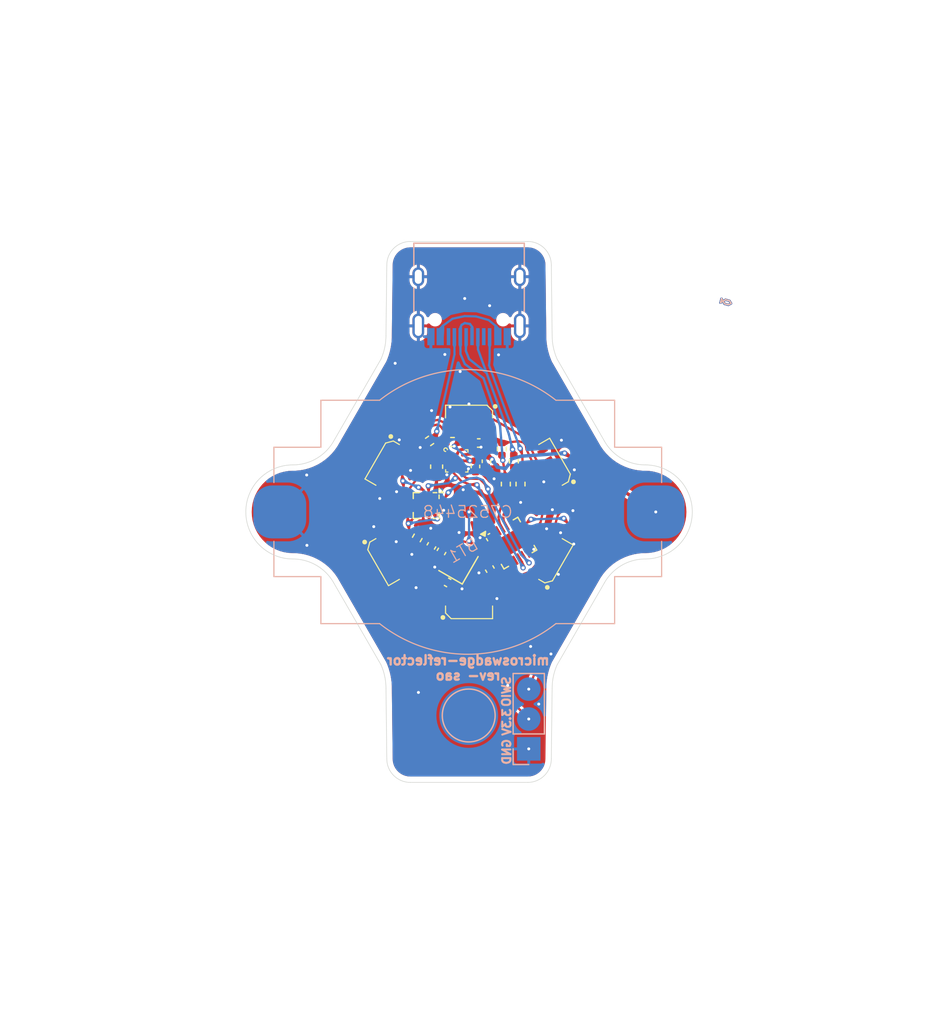
<source format=kicad_pcb>
(kicad_pcb (version 20240108) (generator "pcbnew") (generator_version "8.0")
  (layers (0 "F.Cu" signal) (31 "B.Cu" signal) (34 "B.Paste" user) (35 "F.Paste" user) (36 "B.SilkS" user "B.Silkscreen") (37 "F.SilkS" user "F.Silkscreen") (38 "B.Mask" user) (39 "F.Mask" user) (44 "Edge.Cuts" user))
  (net 0 "")
  (net 1 "GND")
  (net 2 "VDD")
  (net 3 "Net-(U1-PA2{slash}T1{slash}T2{slash}U2TX_{slash}OPP0{slash}X0A0)")
  (net 4 "BVDD")
  (net 5 "Net-(U1-PA1{slash}T1{slash}T2{slash}OPN0{slash}XI{slash}A1)")
  (net 6 "SWIO")
  (net 7 "VUSB")
  (net 8 "VBUS")
  (net 9 "Net-(J1-CC2)")
  (net 12 "D-")
  (net 13 "Net-(J1-CC1)")
  (net 14 "D+")
  (net 15 "Net-(U1-PD3{slash}T1{slash}T2{slash}U2RX_{slash}NSS_{slash}OPP2{slash}A4)")
  (net 16 "Net-(U1-PD4{slash}T1{slash}T2{slash}SCK_{slash}OPP0{slash}A7)")
  (net 17 "T2C4")
  (net 18 "T1C3")
  (net 19 "MIC")
  (net 21 "T1C1")
  (net 22 "T2C1")
  (net 23 "T2C3")
  (net 25 "LV2")
  (net 26 "SCL")
  (net 27 "SDA")
  (net 28 "LV0")
  (net 29 "LV1")
  (net 30 "Net-(BT1-+)")
  (net 31 "VNTC")
  (net 32 "Net-(D1-DOUT)")
  (net 33 "Net-(D2-DOUT)")
  (net 34 "Net-(D3-DOUT)")
  (net 35 "Net-(D4-DOUT)")
  (net 36 "Net-(D5-DOUT)")
  (footprint "cnhardware:LC8812-SIDE-4020" (layer "F.Cu") (at 106.928203 104 -120)
    (property "Reference" "D6" (hide yes))
    (property "Value" "~")
  )
  (footprint "cnhardware:LC8812-SIDE-4020" (layer "F.Cu") (at 93.071797 96 60)
    (property "Reference" "D3" (hide yes))
    (property "Value" "~")
  )
  (footprint "cnhardware:LC8812-SIDE-4020" (layer "F.Cu") (at 100 92)
    (property "Reference" "D2" (hide yes))
    (property "Value" "~")
  )
  (footprint "Capacitor_SMD:C_0603_1608Metric" (layer "F.Cu") (at 97.24 96.15 -90)
    (property "Reference" "C10" (hide yes))
    (property "Value" "4.7u16v")
  )
  (footprint "Swadge_Parts:INGHAi_MIC_GMI4013S-2C58DB" (layer "F.Cu") (at 100 100 -120)
    (property "Reference" "MK1")
    (property "Value" "Microphone")
  )
  (footprint "Capacitor_SMD:C_0402_1005Metric" (layer "F.Cu") (at 101.77 104.86 120)
    (property "Reference" "C1" (hide yes))
    (property "Value" "1u")
  )
  (footprint "Capacitor_SMD:C_0402_1005Metric" (layer "F.Cu") (at 98.17561 105.993654 -30)
    (property "Reference" "C2" (hide yes))
    (property "Value" "2.2p")
  )
  (footprint "Resistor_SMD:R_0402_1005Metric" (layer "F.Cu") (at 96.64 93.96 -145)
    (property "Reference" "R4" (hide yes))
    (property "Value" "5.1kΩ")
  )
  (footprint "Capacitor_SMD:C_0402_1005Metric" (layer "F.Cu") (at 100.545667 96.13 -90)
    (property "Reference" "C3" (hide yes))
    (property "Value" "1u")
  )
  (footprint "Package_DFN_QFN:QFN-20-1EP_3x3mm_P0.4mm_EP1.65x1.65mm" (layer "F.Cu") (at 103.56007 102.65007 30)
    (property "Reference" "U1" (hide yes))
    (property "Value" "CH32V006F8U6")
  )
  (footprint "cnhardware:LC8812-SIDE-4020" (layer "F.Cu") (at 106.928203 96 -60)
    (property "Reference" "D1" (hide yes))
    (property "Value" "~")
  )
  (footprint "cnhardware:LC8812-SIDE-4020" (layer "F.Cu") (at 93.071797 104 120)
    (property "Reference" "D4" (hide yes))
    (property "Value" "~")
  )
  (footprint "Resistor_SMD:R_0402_1005Metric" (layer "F.Cu") (at 98.59 94.05 180)
    (property "Reference" "R5" (hide yes))
    (property "Value" "12kΩ")
  )
  (footprint "Resistor_SMD:R_0402_1005Metric" (layer "F.Cu") (at 104.38 97.63 -90)
    (property "Reference" "R3" (hide yes))
    (property "Value" "5.1kΩ")
  )
  (footprint "Capacitor_SMD:C_0402_1005Metric" (layer "F.Cu") (at 101.48 95.69 -90)
    (property "Reference" "C6" (hide yes))
    (property "Value" "4.7u")
  )
  (footprint "Resistor_SMD:R_0402_1005Metric" (layer "F.Cu") (at 103.81 95.68 90)
    (property "Reference" "R7" (hide yes))
    (property "Value" "120Ω")
  )
  (footprint "Resistor_SMD:R_0402_1005Metric" (layer "F.Cu") (at 95.590963 102.209363 60)
    (property "Reference" "R2" (hide yes))
    (property "Value" "12kΩ")
  )
  (footprint "Package_LGA:LGA-12_2x2mm_P0.5mm" (layer "F.Cu") (at 96.35 99.46 -90)
    (property "Reference" "U3" (hide yes))
    (property "Value" "SC7A20")
  )
  (footprint "Capacitor_SMD:C_0402_1005Metric" (layer "F.Cu") (at 97.655321 103.361104 60)
    (property "Reference" "C4" (hide yes))
    (property "Value" "2.2p")
  )
  (footprint "Capacitor_SMD:C_0402_1005Metric" (layer "F.Cu") (at 96.79738 102.886489 -120)
    (property "Reference" "C5" (hide yes))
    (property "Value" "1n")
  )
  (footprint "Capacitor_SMD:C_0402_1005Metric" (layer "F.Cu") (at 100.825667 94.137891)
    (property "Reference" "C9" (hide yes))
    (property "Value" "4.7u")
  )
  (footprint "Crystal:Crystal_SMD_2016-4Pin_2.0x1.6mm" (layer "F.Cu") (at 99.099008 104.389886 60)
    (property "Reference" "Y1" (hide yes))
    (property "Value" "24MHz")
  )
  (footprint "Resistor_SMD:R_0402_1005Metric" (layer "F.Cu") (at 103.13 97.63 90)
    (property "Reference" "R8" (hide yes))
    (property "Value" "120Ω")
  )
  (footprint "cnhardware:LC8812-SIDE-4020" (layer "F.Cu") (at 100 108 180)
    (property "Reference" "D5" (hide yes))
    (property "Value" "~")
  )
  (footprint "Resistor_SMD:R_0402_1005Metric" (layer "F.Cu") (at 102.791942 94.647891 -90)
    (property "Reference" "R1" (hide yes))
    (property "Value" "1.5kΩ")
  )
  (footprint "cnhardware:WLCSP-9-P0.5mm" (layer "F.Cu") (at 98.955667 95.657891)
    (property "Reference" "U2" (hide yes))
    (property "Value" "AW32001ECSR")
  )
  (footprint "TestPoint:TestPoint_Pad_D4.0mm" (layer "B.Cu") (at 99.97 117.31 180)
    (property "Reference" "J2" (hide yes))
    (property "Value" "MPIN")
  )
  (footprint "Connector_PinHeader_2.54mm:PinHeader_1x03_P2.54mm_Vertical" (layer "B.Cu") (at 105.08 120.15)
    (property "Reference" "J3" (hide yes))
    (property "Value" "PGM")
  )
  (footprint "cnhardware:CR2450-TWOPAD" (layer "B.Cu") (at 99.89 100 180)
    (property "Reference" "BT1")
    (property "Value" "Battery_Cell")
  )
  (footprint "Connector_USB:USB_C_Receptacle_HRO_TYPE-C-31-M-12" (layer "B.Cu") (at 100 81.05)
    (property "Reference" "J1" (hide yes))
    (property "Value" "USB_C_Receptacle_USB2.0")
  )
  (gr_line (start 121.487741 81.862741) (end 121.396234 82.204247) (stroke (width 0.1)) (layer "B.SilkS"))
  (gr_line (start 122.079247 82.38726) (end 121.737741 82.295753) (stroke (width 0.1)) (layer "B.SilkS"))
  (gr_line (start 121.396234 82.204247) (end 121.829247 81.954247) (stroke (width 0.1)) (layer "B.SilkS"))
  (gr_line (start 122.170753 82.045753) (end 122.295753 82.26226) (stroke (width 0.1)) (layer "B.SilkS"))
  (gr_line (start 121.829247 81.954247) (end 122.170753 82.045753) (stroke (width 0.1)) (layer "B.SilkS"))
  (gr_line (start 122.295753 82.26226) (end 122.079247 82.38726) (stroke (width 0.1)) (layer "B.SilkS"))
  (gr_line (start 121.737741 82.295753) (end 121.487741 81.862741) (stroke (width 0.1)) (layer "B.SilkS"))
  (gr_line (start 121.829247 81.954247) (end 122.170753 82.045753) (stroke (width 0.1)) (layer "F.SilkS"))
  (gr_line (start 122.079247 82.38726) (end 121.737741 82.295753) (stroke (width 0.1)) (layer "F.SilkS"))
  (gr_line (start 121.487741 81.862741) (end 121.396234 82.204247) (stroke (width 0.1)) (layer "F.SilkS"))
  (gr_line (start 122.170753 82.045753) (end 122.295753 82.26226) (stroke (width 0.1)) (layer "F.SilkS"))
  (gr_line (start 121.396234 82.204247) (end 121.829247 81.954247) (stroke (width 0.1)) (layer "F.SilkS"))
  (gr_line (start 122.295753 82.26226) (end 122.079247 82.38726) (stroke (width 0.1)) (layer "F.SilkS"))
  (gr_line (start 121.737741 82.295753) (end 121.487741 81.862741) (stroke (width 0.1)) (layer "F.SilkS"))
  (gr_arc (start 107.071657 115.000001) (mid 107.179932 113.97262) (end 107.5 112.990381) (stroke (width 0.05)) (layer "Edge.Cuts"))
  (gr_arc (start 85 104) (mid 81 100) (end 85 96) (stroke (width 0.05)) (layer "Edge.Cuts"))
  (gr_arc (start 115 96) (mid 119 100) (end 115 104) (stroke (width 0.05)) (layer "Edge.Cuts"))
  (gr_arc (start 93 79) (mid 93.585786 77.585786) (end 95 77) (stroke (width 0.05)) (layer "Edge.Cuts"))
  (gr_arc (start 107.5 87.009619) (mid 107.179932 86.027381) (end 107.071657 85) (stroke (width 0.05)) (layer "Edge.Cuts"))
  (gr_line (start 107 121) (end 107.071657 115.000001) (stroke (width 0.05)) (layer "Edge.Cuts"))
  (gr_arc (start 92.928343 85) (mid 92.820068 86.027381) (end 92.5 87.009619) (stroke (width 0.05)) (layer "Edge.Cuts"))
  (gr_arc (start 95 123) (mid 93.585786 122.414214) (end 93 121.000001) (stroke (width 0.05)) (layer "Edge.Cuts"))
  (gr_line (start 111.527027 93.984556) (end 107.5 87.009619) (stroke (width 0.05)) (layer "Edge.Cuts"))
  (gr_line (start 88.472973 106.015444) (end 92.5 112.990381) (stroke (width 0.05)) (layer "Edge.Cuts"))
  (gr_arc (start 85 104) (mid 87.007707 104.54036) (end 88.472973 106.015444) (stroke (width 0.05)) (layer "Edge.Cuts"))
  (gr_line (start 93 121.000001) (end 92.928342 115) (stroke (width 0.05)) (layer "Edge.Cuts"))
  (gr_arc (start 105 77) (mid 106.414214 77.585786) (end 107 79) (stroke (width 0.05)) (layer "Edge.Cuts"))
  (gr_line (start 107 79) (end 107.071657 85) (stroke (width 0.05)) (layer "Edge.Cuts"))
  (gr_arc (start 107 121) (mid 106.414214 122.414214) (end 105 123) (stroke (width 0.05)) (layer "Edge.Cuts"))
  (gr_line (start 93 79) (end 92.928343 85) (stroke (width 0.05)) (layer "Edge.Cuts"))
  (gr_line (start 107.5 112.990381) (end 111.527027 106.015444) (stroke (width 0.05)) (layer "Edge.Cuts"))
  (gr_line (start 105 77) (end 95 77) (stroke (width 0.05)) (layer "Edge.Cuts"))
  (gr_arc (start 92.5 112.990381) (mid 92.820068 113.972619) (end 92.928342 115) (stroke (width 0.05)) (layer "Edge.Cuts"))
  (gr_line (start 95 123) (end 105 123) (stroke (width 0.05)) (layer "Edge.Cuts"))
  (gr_arc (start 115 96) (mid 112.992293 95.45964) (end 111.527027 93.984556) (stroke (width 0.05)) (layer "Edge.Cuts"))
  (gr_arc (start 111.527027 106.015444) (mid 112.992292 104.540359) (end 115 104) (stroke (width 0.05)) (layer "Edge.Cuts"))
  (gr_line (start 92.5 87.009619) (end 88.472973 93.984556) (stroke (width 0.05)) (layer "Edge.Cuts"))
  (gr_arc (start 88.472973 93.984556) (mid 87.007708 95.459641) (end 85 96) (stroke (width 0.05)) (layer "Edge.Cuts"))
  (gr_text "GND" (at 103.61 119.22 90) (layer "B.SilkS") (effects (font (size 0.7 0.7) (thickness 0.175) (bold yes)) (justify left bottom mirror)))
  (gr_text "3.3V" (at 103.62 116.62 90) (layer "B.SilkS") (effects (font (size 0.7 0.7) (thickness 0.175) (bold yes)) (justify left bottom mirror)))
  (gr_text "SWIO" (at 103.59 113.9 90) (layer "B.SilkS") (effects (font (size 0.7 0.7) (thickness 0.175) (bold yes)) (justify left bottom mirror)))
  (gr_text "microswadge-reflector\nrev- sao" (at 99.92 113.26 0) (layer "B.SilkS") (effects (font (size 0.8 0.8) (thickness 0.2) (bold yes)) (justify mirror)))
  (segment (start 121.827503 81.956749) (end 121.394489 82.206749) (width 0.2) (layer "F.Cu") (net 0))
  (segment (start 122.169006 82.048257) (end 121.827503 81.956749) (width 0.2) (layer "F.Cu") (net 0))
  (segment (start 121.485994 81.865243) (end 121.735995 82.298255) (width 0.2) (layer "F.Cu") (net 0))
  (segment (start 121.735995 82.298255) (end 122.077499 82.389762) (width 0.2) (layer "F.Cu") (net 0))
  (segment (start 122.294007 82.26476) (end 122.169006 82.048257) (width 0.2) (layer "F.Cu") (net 0))
  (segment (start 122.294007 82.26476) (end 122.077499 82.389762) (width 0.2) (layer "F.Cu") (net 0))
  (segment (start 121.394489 82.206749) (end 121.485994 81.865243) (width 0.2) (layer "F.Cu") (net 0))
  (segment (start 121.483494 81.868494) (end 121.391987 82.209999) (width 0.2) (layer "B.Cu") (net 0))
  (segment (start 122.291505 82.268014) (end 122.166505 82.051505) (width 0.2) (layer "B.Cu") (net 0))
  (segment (start 121.391987 82.209999) (end 121.825 81.96) (width 0.2) (layer "B.Cu") (net 0))
  (segment (start 122.291505 82.268014) (end 122.075 82.39301) (width 0.2) (layer "B.Cu") (net 0))
  (segment (start 121.733495 82.301507) (end 121.483494 81.868494) (width 0.2) (layer "B.Cu") (net 0))
  (segment (start 122.075 82.39301) (end 121.733495 82.301507) (width 0.2) (layer "B.Cu") (net 0))
  (segment (start 121.825 81.96) (end 122.166505 82.051505) (width 0.2) (layer "B.Cu") (net 0))
  (segment (start 99.08527 104.429232) (end 99.925322 104.058669) (width 0.19) (layer "F.Cu") (net 1))
  (segment (start 96.6 100.2225) (end 96.6 101.04) (width 0.19) (layer "F.Cu") (net 1))
  (segment (start 97.09 97.84) (end 97.315667 96.932891) (width 0.19) (layer "F.Cu") (net 1))
  (segment (start 96.328327 94.205) (end 95.84 94.52) (width 0.19) (layer "F.Cu") (net 1))
  (segment (start 98.272694 104.721103) (end 99.08527 104.429232) (width 0.19) (layer "F.Cu") (net 1))
  (segment (start 97.759918 105.753655) (end 98.272694 104.721103) (width 0.19) (layer "F.Cu") (net 1))
  (segment (start 101.53 104.444308) (end 102.11 103.94) (width 0.19) (layer "F.Cu") (net 1))
  (segment (start 100.035667 96.529286) (end 100.545667 96.647891) (width 0.19) (layer "F.Cu") (net 1))
  (segment (start 100.035667 96.529286) (end 99.945667 96.327891) (width 0.19) (layer "F.Cu") (net 1))
  (segment (start 96.1 100.2225) (end 96.09 101.01) (width 0.19) (layer "F.Cu") (net 1))
  (segment (start 102.11 103.94) (end 102.504333 103.72148) (width 0.19) (layer "F.Cu") (net 1))
  (segment (start 101.305667 94.137891) (end 101.02 94.49) (width 0.19) (layer "F.Cu") (net 1))
  (segment (start 105.015807 102.27148) (end 105.92 101.76) (width 0.19) (layer "F.Cu") (net 1))
  (segment (start 102.504333 103.72148) (end 103.56 103.12) (width 0.19) (layer "F.Cu") (net 1))
  (segment (start 99.685667 96.447891) (end 100.035667 96.529286) (width 0.19) (layer "F.Cu") (net 1))
  (segment (start 99.455667 96.157891) (end 99.685667 96.447891) (width 0.19) (layer "F.Cu") (net 1))
  (segment (start 102.711475 102.335642) (end 103.266044 102.650545) (width 0.19) (layer "F.Cu") (net 1))
  (segment (start 97.1 98.6975) (end 97.09 97.84) (width 0.19) (layer "F.Cu") (net 1))
  (segment (start 97.315667 96.932891) (end 98.11 96.84) (width 0.19) (layer "F.Cu") (net 1))
  (segment (start 103.266044 102.650545) (end 103.650878 103.005711) (width 0.19) (layer "F.Cu") (net 1))
  (segment (start 105.015807 102.27148) (end 104.33 102.65) (width 0.19) (layer "F.Cu") (net 1))
  (segment (start 98.272694 104.721103) (end 97.415321 103.776795) (width 0.19) (layer "F.Cu") (net 1))
  (via (at 97.53 98.22) (size 0.46) (drill 0.25) (layers "F.Cu" "B.Cu") (net 1))
  (via (at 100.84 105.18) (size 0.46) (drill 0.25) (layers "F.Cu" "B.Cu") (net 1))
  (via (at 98.11 96.84) (size 0.46) (drill 0.25) (layers "F.Cu" "B.Cu") (net 1))
  (via (at 95.84 94.52) (size 0.46) (drill 0.25) (layers "F.Cu" "B.Cu") (net 1))
  (via (at 101.75 82.46) (size 0.46) (drill 0.25) (layers "F.Cu" "B.Cu") (net 1))
  (via (at 97.94 86.61) (size 0.46) (drill 0.25) (layers "F.Cu" "B.Cu") (net 1))
  (via (at 102.51 86.64) (size 0.46) (drill 0.25) (layers "F.Cu" "B.Cu") (net 1))
  (via (at 106.6 101.43) (size 0.46) (drill 0.25) (layers "F.Cu" "B.Cu") (net 1))
  (via (at 101.02 94.49) (size 0.46) (drill 0.25) (layers "F.Cu" "B.Cu") (net 1))
  (via (at 105.51 103.18) (size 0.46) (drill 0.25) (layers "F.Cu" "B.Cu") (net 1))
  (via (at 104.39 99.19) (size 0.46) (drill 0.25) (layers "F.Cu" "B.Cu") (net 1))
  (via (at 94.06 93.87) (size 0.46) (drill 0.25) (layers "F.Cu" "B.Cu") (net 1))
  (via (at 108.84 99.89) (size 0.46) (drill 0.25) (layers "F.Cu" "B.Cu") (net 1))
  (via (at 107.79 101.77) (size 0.46) (drill 0.25) (layers "F.Cu" "B.Cu") (net 1))
  (via (at 103.29 114.75) (size 0.46) (drill 0.25) (layers "F.Cu" "B.Cu") (net 1))
  (via (at 107.6 105.31) (size 0.46) (drill 0.25) (layers "F.Cu" "B.Cu") (net 1))
  (via (at 105.08 120.15) (size 0.46) (drill 0.25) (layers "F.Cu" "B.Cu") (net 1))
  (via (at 97.08 104.69) (size 0.46) (drill 0.25) (layers "F.Cu" "B.Cu") (net 1))
  (via (at 91.89 101.25) (size 0.46) (drill 0.25) (layers "F.Cu" "B.Cu") (net 1))
  (via (at 108.91 102.73) (size 0.46) (drill 0.25) (layers "F.Cu" "B.Cu") (net 1))
  (via (at 98.38 91.07) (size 0.46) (drill 0.25) (layers "F.Cu" "B.Cu") (net 1))
  (via (at 93.71 87.36) (size 0.46) (drill 0.25) (layers "F.Cu" "B.Cu") (net 1))
  (via (at 86.2 102.84) (size 0.46) (drill 0.25) (layers "F.Cu" "B.Cu") (net 1))
  (via (at 106.97 112.08) (size 0.46) (drill 0.25) (layers "F.Cu" "B.Cu") (net 1))
  (via (at 99.945667 96.327891) (size 0.46) (drill 0.25) (layers "F.Cu" "B.Cu") (net 1))
  (via (at 107.09 99.81) (size 0.46) (drill 0.25) (layers "F.Cu" "B.Cu") (net 1))
  (via (at 92.4 98.86) (size 0.46) (drill 0.25) (layers "F.Cu" "B.Cu") (net 1))
  (via (at 93.83 98.28) (size 0.46) (drill 0.25) (layers "F.Cu" "B.Cu") (net 1))
  (via (at 99.24 88.06) (size 0.46) (drill 0.25) (layers "F.Cu" "B.Cu") (net 1))
  (via (at 99.99 90.82) (size 0.46) (drill 0.25) (layers "F.Cu" "B.Cu") (net 1))
  (via (at 99.15 101.75) (size 0.46) (drill 0.25) (layers "F.Cu" "B.Cu") (net 1))
  (via (at 105.24 111.44) (size 0.46) (drill 0.25) (layers "F.Cu" "B.Cu") (net 1))
  (via (at 97.84 99.86) (size 0.46) (drill 0.25) (layers "F.Cu" "B.Cu") (net 1))
  (via (at 93.8 102.53) (size 0.46) (drill 0.25) (layers "F.Cu" "B.Cu") (net 1))
  (via (at 96.81 91.38) (size 0.46) (drill 0.25) (layers "F.Cu" "B.Cu") (net 1))
  (via (at 100.94 102.19) (size 0.46) (drill 0.25) (layers "F.Cu" "B.Cu") (net 1))
  (via (at 99.4 106.54) (size 0.46) (drill 0.25) (layers "F.Cu" "B.Cu") (net 1))
  (via (at 106.36 97.44) (size 0.46) (drill 0.25) (layers "F.Cu" "B.Cu") (net 1))
  (via (at 105.93 116.34) (size 0.46) (drill 0.25) (layers "F.Cu" "B.Cu") (net 1))
  (via (at 107.86 93.9) (size 0.46) (drill 0.25) (layers "F.Cu" "B.Cu") (net 1))
  (via (at 95.02 96.47) (size 0.46) (drill 0.25) (layers "F.Cu" "B.Cu") (net 1))
  (via (at 95.13 103.61) (size 0.46) (drill 0.25) (layers "F.Cu" "B.Cu") (net 1))
  (via (at 99.63 81.85) (size 0.46) (drill 0.25) (layers "F.Cu" "B.Cu") (net 1))
  (via (at 95.49 106.44) (size 0.46) (drill 0.25) (layers "F.Cu" "B.Cu") (net 1))
  (via (at 95.69 115.35) (size 0.46) (drill 0.25) (layers "F.Cu" "B.Cu") (net 1))
  (via (at 108.96 96.42) (size 0.46) (drill 0.25) (layers "F.Cu" "B.Cu") (net 1))
  (via (at 96.74 101.39) (size 0.46) (drill 0.25) (layers "F.Cu" "B.Cu") (net 1))
  (via (at 102.37 107.37) (size 0.46) (drill 0.25) (layers "F.Cu" "B.Cu") (net 1))
  (via (at 99.5 98.11) (size 0.46) (drill 0.25) (layers "F.Cu" "B.Cu") (net 1))
  (via (at 86.18 96.86) (size 0.46) (drill 0.25) (layers "F.Cu" "B.Cu") (net 1))
  (via (at 102.13 97.18) (size 0.46) (drill 0.25) (layers "F.Cu" "B.Cu") (net 1))
  (segment (start 96.13 98.14) (end 95.7 97.91) (width 0.19) (layer "F.Cu") (net 2))
  (segment (start 95.38 94.15) (end 95.67 93.73) (width 0.19) (layer "F.Cu") (net 2))
  (segment (start 101.59 93.4) (end 100.79 93.4) (width 0.19) (layer "F.Cu") (net 2))
  (segment (start 100.55 93.6) (end 100.345667 94.137891) (width 0.19) (layer "F.Cu") (net 2))
  (segment (start 98.56 107.2) (end 96.963002 106.136314) (width 0.19) (layer "F.Cu") (net 2))
  (segment (start 104.22 93.99) (end 102.791942 94.137891) (width 0.19) (layer "F.Cu") (net 2))
  (segment (start 104.89 94.69) (end 104.82 94.31) (width 0.19) (layer "F.Cu") (net 2))
  (segment (start 95.67 93.73) (end 96.02 93.41) (width 0.19) (layer "F.Cu") (net 2))
  (segment (start 100.79 93.4) (end 100.51 93.06) (width 0.19) (layer "F.Cu") (net 2))
  (segment (start 102.01 105.275692) (end 103.59225 104.305807) (width 0.19) (layer "F.Cu") (net 2))
  (segment (start 106.703203 104.389711) (end 106.19 104.14) (width 0.19) (layer "F.Cu") (net 2))
  (segment (start 105.8 104.36) (end 105.18 105.08) (width 0.19) (layer "F.Cu") (net 2))
  (segment (start 94.96 101.96) (end 94.834069 100.98) (width 0.19) (layer "F.Cu") (net 2))
  (segment (start 99.23 94.73) (end 99.48 94.66) (width 0.25) (layer "F.Cu") (net 2))
  (segment (start 93.99 103.169731) (end 92.846797 103.610289) (width 0.19) (layer "F.Cu") (net 2))
  (segment (start 94.834069 100.98) (end 94.628468 99.38) (width 0.19) (layer "F.Cu") (net 2))
  (segment (start 99.52 107.29) (end 98.56 107.2) (width 0.19) (layer "F.Cu") (net 2))
  (segment (start 99.76 94.55) (end 99.48 94.66) (width 0.29) (layer "F.Cu") (net 2))
  (segment (start 94.18 95.89) (end 94.92 95.51) (width 0.19) (layer "F.Cu") (net 2))
  (segment (start 102.01 93.54) (end 101.59 93.4) (width 0.19) (layer "F.Cu") (net 2))
  (segment (start 99.76 94.55) (end 100.345667 94.137891) (width 0.29) (layer "F.Cu") (net 2))
  (segment (start 97.1 100.2225) (end 97.3 100.58) (width 0.19) (layer "F.Cu") (net 2))
  (segment (start 96.963002 106.136314) (end 94.29 103.87) (width 0.19) (layer "F.Cu") (net 2))
  (segment (start 104.62 94.09) (end 104.22 93.99) (width 0.19) (layer "F.Cu") (net 2))
  (segment (start 104.82 94.31) (end 104.62 94.09) (width 0.19) (layer "F.Cu") (net 2))
  (segment (start 105.08 117.61) (end 103.27 115.72) (width 0.19) (layer "F.Cu") (net 2))
  (segment (start 105.63 96.27) (end 104.89 94.69) (width 0.19) (layer "F.Cu") (net 2))
  (segment (start 93.296797 95.610289) (end 93.68 95.84) (width 0.19) (layer "F.Cu") (net 2))
  (segment (start 106.5 103.15) (end 106.28 103.61) (width 0.19) (layer "F.Cu") (net 2))
  (segment (start 106.28 103.61) (end 106.21 103.93) (width 0.19) (layer "F.Cu") (net 2))
  (segment (start 99.18 93.25) (end 100.474 92.9) (width 0.19) (layer "F.Cu") (net 2))
  (segment (start 108.66 97.14) (end 108.58 99.03) (width 0.19) (layer "F.Cu") (net 2))
  (segment (start 95.6 100.2225) (end 94.834069 100.98) (width 0.19) (layer "F.Cu") (net 2))
  (segment (start 108.58 99.03) (end 107.56 100.29) (width 0.19) (layer "F.Cu") (net 2))
  (segment (start 102.791942 94.137891) (end 102.01 93.54) (width 0.19) (layer "F.Cu") (net 2))
  (segment (start 100.474 92.9) (end 100.42 92.66) (width 0.19) (layer "F.Cu") (net 2))
  (segment (start 104.42 105.37) (end 104.08 105.19) (width 0.19) (layer "F.Cu") (net 2))
  (segment (start 97.54 92.68) (end 97.89 93.13) (width 0.19) (layer "F.Cu") (net 2))
  (segment (start 96.78 92.7) (end 97.25 92.58) (width 0.19) (layer "F.Cu") (net 2))
  (segment (start 103.27 115.72) (end 101.23 113.51) (width 0.19) (layer "F.Cu") (net 2))
  (segment (start 95.335963 102.651036) (end 94.96 101.96) (width 0.19) (layer "F.Cu") (net 2))
  (segment (start 105.18 105.08) (end 104.42 105.37) (width 0.19) (layer "F.Cu") (net 2))
  (segment (start 104.08 105.19) (end 103.59225 104.305807) (width 0.19) (layer "F.Cu") (net 2))
  (segment (start 100.79 93.4) (end 100.55 93.6) (width 0.29) (layer "F.Cu") (net 2))
  (segment (start 100.42 92.66) (end 100.45 92) (width 0.19) (layer "F.Cu") (net 2))
  (segment (start 106.41 96.57) (end 105.63 96.27) (width 0.19) (layer "F.Cu") (net 2))
  (segment (start 94.92 95.51) (end 95.13 94.73) (width 0.19) (layer "F.Cu") (net 2))
  (segment (start 107.56 100.29) (end 107.42 100.75) (width 0.19) (layer "F.Cu") (net 2))
  (segment (start 97.25 92.58) (end 97.54 92.68) (width 0.19) (layer "F.Cu") (net 2))
  (segment (start 99.11 94.81) (end 99.23 94.73) (width 0.25) (layer "F.Cu") (net 2))
  (segment (start 99.6 109.47) (end 99.55 108) (width 0.19) (layer "F.Cu") (net 2))
  (segment (start 102.01 105.275692) (end 99.52 107.29) (width 0.19) (layer "F.Cu") (net 2))
  (segment (start 93.68 95.84) (end 94.18 95.89) (width 0.19) (layer "F.Cu") (net 2))
  (segment (start 107.42 100.75) (end 107.21 101.5) (width 0.19) (layer "F.Cu") (net 2))
  (segment (start 99.55 108) (end 99.52 107.29) (width 0.19) (layer "F.Cu") (net 2))
  (segment (start 94.628468 99.38) (end 94.368896 97.36) (width 0.19) (layer "F.Cu") (net 2))
  (segment (start 96.02 93.41) (end 96.39 93.08) (width 0.19) (layer "F.Cu") (net 2))
  (segment (start 95.13 94.73) (end 95.38 94.15) (width 0.19) (layer "F.Cu") (net 2))
  (segment (start 98.955667 95.157891) (end 99.11 94.81) (width 0.23) (layer "F.Cu") (net 2))
  (segment (start 107.82 96.15) (end 108.14 96.37) (width 0.19) (layer "F.Cu") (net 2))
  (segment (start 94.368896 97.36) (end 94.18 95.89) (width 0.19) (layer "F.Cu") (net 2))
  (segment (start 95.335963 102.651036) (end 93.99 103.169731) (width 0.19) (layer "F.Cu") (net 2))
  (segment (start 96.39 93.08) (end 96.78 92.7) (width 0.19) (layer "F.Cu") (net 2))
  (segment (start 101.23 113.51) (end 99.6 109.47) (width 0.19) (layer "F.Cu") (net 2))
  (segment (start 107.21 101.5) (end 106.5 103.15) (width 0.19) (layer "F.Cu") (net 2))
  (segment (start 100.51 93.06) (end 100.474 92.9) (width 0.19) (layer "F.Cu") (net 2))
  (segment (start 97.89 93.13) (end 98.5 93.33) (width 0.19) (layer "F.Cu") (net 2))
  (segment (start 106.19 104.14) (end 105.8 104.36) (width 0.19) (layer "F.Cu") (net 2))
  (segment (start 107.153203 96.389711) (end 106.41 96.57) (width 0.19) (layer "F.Cu") (net 2))
  (segment (start 96.1 98.6975) (end 96.13 98.14) (width 0.19) (layer "F.Cu") (net 2))
  (segment (start 98.5 93.33) (end 99.18 93.25) (width 0.19) (layer "F.Cu") (net 2))
  (segment (start 107.153203 96.389711) (end 107.82 96.15) (width 0.19) (layer "F.Cu") (net 2))
  (segment (start 94.29 103.87) (end 93.99 103.169731) (width 0.19) (layer "F.Cu") (net 2))
  (segment (start 106.21 103.93) (end 106.19 104.14) (width 0.19) (layer "F.Cu") (net 2))
  (segment (start 108.14 96.37) (end 108.66 97.14) (width 0.19) (layer "F.Cu") (net 2))
  (via (at 95.7 97.91) (size 0.46) (drill 0.25) (layers "F.Cu" "B.Cu") (net 2))
  (via (at 94.368896 97.36) (size 0.46) (drill 0.25) (layers "F.Cu" "B.Cu") (net 2))
  (via (at 105.08 117.61) (size 0.46) (drill 0.25) (layers "F.Cu" "B.Cu") (net 2))
  (via (at 94.834069 100.98) (size 0.46) (drill 0.25) (layers "F.Cu" "B.Cu") (net 2))
  (via (at 97.3 100.58) (size 0.46) (drill 0.25) (layers "F.Cu" "B.Cu") (net 2))
  (segment (start 97.3 100.58) (end 94.834069 100.98) (width 0.19) (layer "B.Cu") (net 2))
  (segment (start 95.7 97.91) (end 94.368896 97.36) (width 0.19) (layer "B.Cu") (net 2))
  (segment (start 99.225322 105.271103) (end 98.591302 106.233653) (width 0.19) (layer "F.Cu") (net 3))
  (segment (start 100.165866 105.040879) (end 99.225322 105.271103) (width 0.19) (layer "F.Cu") (net 3))
  (segment (start 100.752872 103.997602) (end 100.165866 105.040879) (width 0.19) (layer "F.Cu") (net 3))
  (segment (start 102.304333 103.37507) (end 101.66 103.75) (width 0.19) (layer "F.Cu") (net 3))
  (segment (start 101.66 103.75) (end 100.752872 103.997602) (width 0.19) (layer "F.Cu") (net 3))
  (segment (start 100.135667 95.657891) (end 100.545667 95.687891) (width 0.19) (layer "F.Cu") (net 4))
  (segment (start 99.455667 95.657891) (end 100.135667 95.657891) (width 0.19) (layer "F.Cu") (net 4))
  (segment (start 99.1 94.05) (end 98.74 94.41) (width 0.19) (layer "F.Cu") (net 4))
  (segment (start 100.545667 95.687891) (end 100.07 95.64) (width 0.19) (layer "F.Cu") (net 4))
  (via (at 98.74 94.41) (size 0.45) (drill 0.25) (layers "F.Cu" "B.Cu") (net 4))
  (via (at 100.07 95.64) (size 0.46) (drill 0.25) (layers "F.Cu" "B.Cu") (net 4))
  (segment (start 98.74 94.41) (end 100.07 95.64) (width 0.19) (layer "B.Cu") (net 4))
  (segment (start 97.895322 102.945412) (end 98.972694 103.508668) (width 0.19) (layer "F.Cu") (net 5))
  (segment (start 98.972694 103.508668) (end 99.629237 103.19141) (width 0.19) (layer "F.Cu") (net 5))
  (segment (start 99.629237 103.19141) (end 100.37 103.13) (width 0.19) (layer "F.Cu") (net 5))
  (segment (start 100.37 103.13) (end 100.97 103.3) (width 0.19) (layer "F.Cu") (net 5))
  (segment (start 100.97 103.3) (end 101.61 103.31) (width 0.19) (layer "F.Cu") (net 5))
  (segment (start 101.61 103.31) (end 102.104333 103.02866) (width 0.19) (layer "F.Cu") (net 5))
  (segment (start 105.08 115.07) (end 109.63 102.8) (width 0.19) (layer "F.Cu") (net 6))
  (segment (start 109.63 102.8) (end 109.53 102.32) (width 0.19) (layer "F.Cu") (net 6))
  (segment (start 105.12 100.79) (end 104.415807 101.23225) (width 0.19) (layer "F.Cu") (net 6))
  (segment (start 105.27 100.63) (end 105.12 100.79) (width 0.19) (layer "F.Cu") (net 6))
  (segment (start 109.53 102.32) (end 108.06 100.55) (width 0.19) (layer "F.Cu") (net 6))
  (via (at 108.06 100.55) (size 0.46) (drill 0.25) (layers "F.Cu" "B.Cu") (net 6))
  (via (at 105.27 100.63) (size 0.46) (drill 0.25) (layers "F.Cu" "B.Cu") (net 6))
  (via (at 105.08 115.07) (size 0.46) (drill 0.25) (layers "F.Cu" "B.Cu") (net 6))
  (segment (start 108.06 100.55) (end 105.27 100.63) (width 0.19) (layer "B.Cu") (net 6))
  (segment (start 97.315667 95.382891) (end 98.455667 95.157891) (width 0.19) (layer "F.Cu") (net 7))
  (segment (start 101.66 83.68) (end 102.33 84.23) (width 0.19) (layer "B.Cu") (net 8))
  (segment (start 102.33 84.23) (end 102.45 85.095) (width 0.19) (layer "B.Cu") (net 8))
  (segment (start 97.55 85.095) (end 97.75 84.18) (width 0.19) (layer "B.Cu") (net 8))
  (segment (start 98.59 83.57) (end 99.62 83.35) (width 0.19) (layer "B.Cu") (net 8))
  (segment (start 97.75 84.18) (end 98.59 83.57) (width 0.19) (layer "B.Cu") (net 8))
  (segment (start 100.58 83.37) (end 101.66 83.68) (width 0.19) (layer "B.Cu") (net 8))
  (segment (start 99.62 83.35) (end 100.58 83.37) (width 0.19) (layer "B.Cu") (net 8))
  (segment (start 104.5 95.04) (end 104.54 95.4) (width 0.19) (layer "F.Cu") (net 9))
  (segment (start 104.58 96.46) (end 104.38 97.12) (width 0.19) (layer "F.Cu") (net 9))
  (segment (start 104.35 94.6) (end 104.5 95.04) (width 0.19) (layer "F.Cu") (net 9))
  (segment (start 104.54 95.4) (end 104.58 96.46) (width 0.19) (layer "F.Cu") (net 9))
  (via (at 104.35 94.6) (size 0.46) (drill 0.25) (layers "F.Cu" "B.Cu") (net 9))
  (segment (start 103.21 91.66) (end 101.7 87.53) (width 0.19) (layer "B.Cu") (net 9))
  (segment (start 101.7 87.53) (end 101.75 87.05) (width 0.19) (layer "B.Cu") (net 9))
  (segment (start 104.35 94.6) (end 103.21 91.66) (width 0.19) (layer "B.Cu") (net 9))
  (segment (start 101.75 87.05) (end 101.749999 85.095) (width 0.19) (layer "B.Cu") (net 9))
  (segment (start 103.13 97.12) (end 102.791942 95.157891) (width 0.2) (layer "F.Cu") (net 12))
  (via (at 102.869837 95.61) (size 0.46) (drill 0.25) (layers "F.Cu" "B.Cu") (net 12))
  (segment (start 102.64 92.68) (end 101.23 88.63) (width 0.2) (layer "B.Cu") (net 12))
  (segment (start 99.64 87.42) (end 99.27 86.57) (width 0.2) (layer "B.Cu") (net 12))
  (segment (start 101.23 88.63) (end 99.64 87.42) (width 0.2) (layer "B.Cu") (net 12))
  (segment (start 99.63 83.94) (end 99.37 84.09) (width 0.2) (layer "B.Cu") (net 12))
  (segment (start 99.27 86.57) (end 99.25 85.095) (width 0.2) (layer "B.Cu") (net 12))
  (segment (start 100.08 84.02) (end 99.63 83.94) (width 0.2) (layer "B.Cu") (net 12))
  (segment (start 100.27 84.28) (end 100.08 84.02) (width 0.2) (layer "B.Cu") (net 12))
  (segment (start 102.869837 95.61) (end 102.64 92.68) (width 0.2) (layer "B.Cu") (net 12))
  (segment (start 100.25 85.095) (end 100.27 84.28) (width 0.2) (layer "B.Cu") (net 12))
  (segment (start 99.28 84.28) (end 99.25 85.095) (width 0.2) (layer "B.Cu") (net 12))
  (segment (start 99.37 84.09) (end 99.28 84.28) (width 0.2) (layer "B.Cu") (net 12))
  (segment (start 97.211673 93.695) (end 97.251956 93.15) (width 0.19) (layer "F.Cu") (net 13))
  (via (at 97.251956 93.15) (size 0.46) (drill 0.25) (layers "F.Cu" "B.Cu") (net 13))
  (segment (start 97.251956 93.15) (end 98.76 86.6) (width 0.19) (layer "B.Cu") (net 13))
  (segment (start 98.76 86.6) (end 98.75 85.095) (width 0.19) (layer "B.Cu") (net 13))
  (segment (start 103.7 94.69) (end 103.81 95.17) (width 0.2) (layer "F.Cu") (net 14))
  (via (at 103.7 94.69) (size 0.46) (drill 0.25) (layers "F.Cu" "B.Cu") (net 14))
  (segment (start 103.38 93.36) (end 103.7 94.69) (width 0.2) (layer "B.Cu") (net 14))
  (segment (start 99.73 86.3) (end 100 86.99) (width 0.2) (layer "B.Cu") (net 14))
  (segment (start 100 86.99) (end 101.493454 88.19) (width 0.2) (layer "B.Cu") (net 14))
  (segment (start 101.493454 88.19) (end 100.76 86.18) (width 0.2) (layer "B.Cu") (net 14))
  (segment (start 99.75 85.095) (end 99.73 86.3) (width 0.2) (layer "B.Cu") (net 14))
  (segment (start 103.38 93.36) (end 101.493454 88.19) (width 0.2) (layer "B.Cu") (net 14))
  (segment (start 100.76 86.18) (end 100.75 85.095) (width 0.2) (layer "B.Cu") (net 14))
  (segment (start 102.920627 100.607601) (end 102.944471 100.213135) (width 0.19) (layer "F.Cu") (net 15))
  (segment (start 103.77 96.76) (end 103.81 96.19) (width 0.19) (layer "F.Cu") (net 15))
  (segment (start 102.97 100.81) (end 102.920627 100.607601) (width 0.19) (layer "F.Cu") (net 15))
  (segment (start 102.944471 100.213135) (end 103.77 98.36) (width 0.19) (layer "F.Cu") (net 15))
  (segment (start 103.18148 101.194333) (end 102.97 100.81) (width 0.19) (layer "F.Cu") (net 15))
  (segment (start 103.77 98.36) (end 103.77 96.76) (width 0.19) (layer "F.Cu") (net 15))
  (segment (start 102.615135 100.98) (end 102.5 100.47) (width 0.19) (layer "F.Cu") (net 16))
  (segment (start 102.5 100.47) (end 102.63 99.87) (width 0.19) (layer "F.Cu") (net 16))
  (segment (start 102.63 99.87) (end 103.13 98.14) (width 0.19) (layer "F.Cu") (net 16))
  (segment (start 102.83507 101.394333) (end 102.615135 100.98) (width 0.19) (layer "F.Cu") (net 16))
  (segment (start 106.08 100.89) (end 106.6 98.66) (width 0.19) (layer "F.Cu") (net 18))
  (segment (start 106.6 98.66) (end 106.91 97.82) (width 0.19) (layer "F.Cu") (net 18))
  (segment (start 107.22 97.41) (end 107.603203 97.169134) (width 0.19) (layer "F.Cu") (net 18))
  (segment (start 106.91 97.82) (end 107.22 97.41) (width 0.19) (layer "F.Cu") (net 18))
  (segment (start 105.68 101.41) (end 106.08 100.89) (width 0.19) (layer "F.Cu") (net 18))
  (segment (start 104.815807 101.92507) (end 105.68 101.41) (width 0.19) (layer "F.Cu") (net 18))
  (segment (start 100.43 102.73) (end 98.432725 102.23144) (width 0.19) (layer "F.Cu") (net 19))
  (segment (start 101.904333 102.68225) (end 101.5 102.92) (width 0.19) (layer "F.Cu") (net 19))
  (segment (start 100.43 102.73) (end 100 102.46) (width 0.19) (layer "F.Cu") (net 19))
  (segment (start 97.037379 102.470797) (end 95.845963 101.76769) (width 0.19) (layer "F.Cu") (net 19))
  (segment (start 97.639808 102.158068) (end 97.037379 102.470797) (width 0.19) (layer "F.Cu") (net 19))
  (segment (start 100.992437 102.911399) (end 100.43 102.73) (width 0.19) (layer "F.Cu") (net 19))
  (segment (start 101.5 102.92) (end 100.992437 102.911399) (width 0.19) (layer "F.Cu") (net 19))
  (segment (start 98.432725 102.23144) (end 97.639808 102.158068) (width 0.19) (layer "F.Cu") (net 19))
  (via (at 100 100) (size 0.46) (drill 0.25) (layers "F.Cu" "B.Cu") (net 19))
  (via (at 100 102.46) (size 0.46) (drill 0.25) (layers "F.Cu" "B.Cu") (net 19))
  (segment (start 100 102.46) (end 100 100) (width 0.19) (layer "B.Cu") (net 19))
  (segment (start 101.28 97.56) (end 100.9 97.19) (width 0.19) (layer "F.Cu") (net 26))
  (segment (start 104.87 104.1) (end 104.63148 103.705807) (width 0.19) (layer "F.Cu") (net 26))
  (segment (start 100.03 97.17) (end 99.74 97.11) (width 0.19) (layer "F.Cu") (net 26))
  (segment (start 99.74 97.11) (end 99.21 96.63) (width 0.19) (layer "F.Cu") (net 26))
  (segment (start 99.21 96.63) (end 98.955667 96.157891) (width 0.19) (layer "F.Cu") (net 26))
  (segment (start 97.8 99.05) (end 97.48 99.21) (width 0.19) (layer "F.Cu") (net 26))
  (segment (start 105.11 104.33) (end 104.87 104.1) (width 0.19) (layer "F.Cu") (net 26))
  (segment (start 101.61 98.05) (end 101.28 97.56) (width 0.19) (layer "F.Cu") (net 26))
  (segment (start 97.48 99.21) (end 97.1125 99.21) (width 0.19) (layer "F.Cu") (net 26))
  (segment (start 100.9 97.19) (end 100.03 97.17) (width 0.19) (layer "F.Cu") (net 26))
  (segment (start 98.23 98.35) (end 97.8 99.05) (width 0.19) (layer "F.Cu") (net 26))
  (via (at 101.61 98.05) (size 0.46) (drill 0.25) (layers "F.Cu" "B.Cu") (net 26))
  (via (at 105.11 104.33) (size 0.46) (drill 0.25) (layers "F.Cu" "B.Cu") (net 26))
  (via (at 98.23 98.35) (size 0.46) (drill 0.25) (layers "F.Cu" "B.Cu") (net 26))
  (segment (start 101.75 98.63) (end 104.427923 103.639971) (width 0.19) (layer "B.Cu") (net 26))
  (segment (start 104.427923 103.639971) (end 105.11 104.33) (width 0.19) (layer "B.Cu") (net 26))
  (segment (start 98.23 98.35) (end 99.15 97.55) (width 0.19) (layer "B.Cu") (net 26))
  (segment (start 101.19 97.3) (end 101.61 98.05) (width 0.19) (layer "B.Cu") (net 26))
  (segment (start 100.09 97.15) (end 100.65 97.08) (width 0.19) (layer "B.Cu") (net 26))
  (segment (start 100.65 97.08) (end 101.19 97.3) (width 0.19) (layer "B.Cu") (net 26))
  (segment (start 101.61 98.05) (end 101.75 98.63) (width 0.19) (layer "B.Cu") (net 26))
  (segment (start 99.15 97.55) (end 100.09 97.15) (width 0.19) (layer "B.Cu") (net 26))
  (segment (start 96.6 98.6975) (end 96.58 98.46) (width 0.19) (layer "F.Cu") (net 27))
  (segment (start 100.67 97.7) (end 100.01 97.65) (width 0.19) (layer "F.Cu") (net 27))
  (segment (start 104.51279 104.267209) (end 104.28507 103.905807) (width 0.19) (layer "F.Cu") (net 27))
  (segment (start 98.65 96.65) (end 98.455667 96.157891) (width 0.19) (layer "F.Cu") (net 27))
  (segment (start 100.01 97.65) (end 99.34 97.38) (width 0.19) (layer "F.Cu") (net 27))
  (segment (start 96.58 98.46) (end 96.53 97.78) (width 0.19) (layer "F.Cu") (net 27))
  (segment (start 104.6 104.75) (end 104.51279 104.267209) (width 0.19) (layer "F.Cu") (net 27))
  (segment (start 99.34 97.38) (end 98.65 96.65) (width 0.19) (layer "F.Cu") (net 27))
  (via (at 100.67 97.7) (size 0.46) (drill 0.25) (layers "F.Cu" "B.Cu") (net 27))
  (via (at 98.82 97.14) (size 0.46) (drill 0.25) (layers "F.Cu" "B.Cu") (net 27))
  (via (at 104.6 104.75) (size 0.45) (drill 0.25) (layers "F.Cu" "B.Cu") (net 27))
  (via (at 96.53 97.78) (size 0.46) (drill 0.25) (layers "F.Cu" "B.Cu") (net 27))
  (segment (start 98.24 97.55) (end 96.53 97.78) (width 0.19) (layer "B.Cu") (net 27))
  (segment (start 98.82 97.14) (end 98.24 97.55) (width 0.19) (layer "B.Cu") (net 27))
  (segment (start 104.6 104.75) (end 100.67 97.7) (width 0.19) (layer "B.Cu") (net 27))
  (segment (start 108.13 95) (end 115.89 100) (width 0.29) (layer "F.Cu") (net 30))
  (segment (start 100.96 95.035) (end 101.48 95.21) (width 0.25) (layer "F.Cu") (net 30))
  (segment (start 100.65 95.01) (end 99.455667 95.157891) (width 0.25) (layer "F.Cu") (net 30))
  (segment (start 100.65 95.01) (end 100.96 95.035) (width 0.25) (layer "F.Cu") (net 30))
  (segment (start 101.475667 95.107891) (end 101.95 95.53) (width 0.29) (layer "F.Cu") (net 30))
  (via (at 108.13 95) (size 0.46) (drill 0.25) (layers "F.Cu" "B.Cu") (net 30))
  (via (at 101.95 95.53) (size 0.46) (drill 0.25) (layers "F.Cu" "B.Cu") (net 30))
  (via (at 115.89 100) (size 0.46) (drill 0.25) (layers "F.Cu" "B.Cu") (net 30))
  (segment (start 104.44 95.26) (end 108.13 95) (width 0.29) (layer "B.Cu") (net 30))
  (segment (start 101.95 95.53) (end 102.41 96.2) (width 0.29) (layer "B.Cu") (net 30))
  (segment (start 103.1 96.31) (end 103.45 95.85) (width 0.29) (layer "B.Cu") (net 30))
  (segment (start 103.59 95.5) (end 104.44 95.26) (width 0.29) (layer "B.Cu") (net 30))
  (segment (start 102.41 96.2) (end 103.1 96.31) (width 0.29) (layer "B.Cu") (net 30))
  (segment (start 103.45 95.85) (end 103.59 95.5) (width 0.29) (layer "B.Cu") (net 30))
  (segment (start 96.39 94.95) (end 96.33 95.26) (width 0.19) (layer "F.Cu") (net 31))
  (segment (start 96.675667 96.067891) (end 96.935667 96.157891) (width 0.19) (layer "F.Cu") (net 31))
  (segment (start 96.6 94.73) (end 96.39 94.95) (width 0.19) (layer "F.Cu") (net 31))
  (segment (start 96.875667 94.597891) (end 96.6 94.73) (width 0.19) (layer "F.Cu") (net 31))
  (segment (start 98.195667 95.717891) (end 98.455667 95.657891) (width 0.19) (layer "F.Cu") (net 31))
  (segment (start 95.5875 99.21) (end 95.05 99.1) (width 0.19) (layer "F.Cu") (net 31))
  (segment (start 98.015667 95.957891) (end 98.195667 95.717891) (width 0.19) (layer "F.Cu") (net 31))
  (segment (start 98.455667 95.657891) (end 98.955667 95.657891) (width 0.19) (layer "F.Cu") (net 31))
  (segment (start 94.97 97.97) (end 96.535667 95.857891) (width 0.19) (layer "F.Cu") (net 31))
  (segment (start 96.935667 96.157891) (end 97.645667 96.147891) (width 0.19) (layer "F.Cu") (net 31))
  (segment (start 94.948162 98.886381) (end 94.97 97.97) (width 0.19) (layer "F.Cu") (net 31))
  (segment (start 98.08 94.05) (end 96.875667 94.597891) (width 0.19) (layer "F.Cu") (net 31))
  (segment (start 96.33 95.26) (end 96.535667 95.857891) (width 0.19) (layer "F.Cu") (net 31))
  (segment (start 97.645667 96.147891) (end 98.015667 95.957891) (width 0.19) (layer "F.Cu") (net 31))
  (segment (start 95.05 99.1) (end 94.948162 98.886381) (width 0.19) (layer "F.Cu") (net 31))
  (segment (start 96.535667 95.857891) (end 96.675667 96.067891) (width 0.19) (layer "F.Cu") (net 31))
  (segment (start 106.22 95.87) (end 106.04 95.87) (width 0.19) (layer "F.Cu") (net 32))
  (segment (start 101.35 92) (end 101.86 92.01) (width 0.19) (layer "F.Cu") (net 32))
  (segment (start 105.21 94.16) (end 104.82 93.71) (width 0.19) (layer "F.Cu") (net 32))
  (segment (start 106.04 95.87) (end 105.710654 95.546276) (width 0.19) (layer "F.Cu") (net 32))
  (segment (start 104.82 93.71) (end 101.86 92.01) (width 0.19) (layer "F.Cu") (net 32))
  (segment (start 105.33093 94.735514) (end 105.21 94.16) (width 0.19) (layer "F.Cu") (net 32))
  (segment (start 105.710654 95.546276) (end 105.33093 94.735514) (width 0.19) (layer "F.Cu") (net 32))
  (segment (start 106.703203 95.610289) (end 106.22 95.87) (width 0.19) (layer "F.Cu") (net 32))
  (segment (start 97.35 92.17) (end 96.86 92.27) (width 0.19) (layer "F.Cu") (net 33))
  (segment (start 94.42 95.06) (end 94.16 95.08) (width 0.19) (layer "F.Cu") (net 33))
  (segment (start 99.22 92.75) (end 98.64 92.92) (width 0.19) (layer "F.Cu") (net 33))
  (segment (start 94.16 95.08) (end 93.746797 94.830866) (width 0.19) (layer "F.Cu") (net 33))
  (segment (start 98.64 92.92) (end 98.22 92.83) (width 0.19) (layer "F.Cu") (net 33))
  (segment (start 94.68 94.87) (end 94.42 95.06) (width 0.19) (layer "F.Cu") (net 33))
  (segment (start 97.84 92.38) (end 97.35 92.17) (width 0.19) (layer "F.Cu") (net 33))
  (segment (start 95.49 93.31) (end 95.01 93.78) (width 0.19) (layer "F.Cu") (net 33))
  (segment (start 95.01 93.78) (end 94.84 94.33) (width 0.19) (layer "F.Cu") (net 33))
  (segment (start 96.58 92.36) (end 96.06 92.83) (width 0.19) (layer "F.Cu") (net 33))
  (segment (start 98.22 92.83) (end 97.84 92.38) (width 0.19) (layer "F.Cu") (net 33))
  (segment (start 99.49 92.54) (end 99.22 92.75) (width 0.19) (layer "F.Cu") (net 33))
  (segment (start 96.06 92.83) (end 95.49 93.31) (width 0.19) (layer "F.Cu") (net 33))
  (segment (start 99.55 92) (end 99.49 92.54) (width 0.19) (layer "F.Cu") (net 33))
  (segment (start 96.86 92.27) (end 96.58 92.36) (width 0.19) (layer "F.Cu") (net 33))
  (segment (start 94.84 94.33) (end 94.68 94.87) (width 0.19) (layer "F.Cu") (net 33))
  (segment (start 93.41 97.1) (end 93.37 96.69) (width 0.19) (layer "F.Cu") (net 34))
  (segment (start 92.396797 102.830866) (end 93.41 97.1) (width 0.19) (layer "F.Cu") (net 34))
  (segment (start 93.37 96.69) (end 92.846797 96.389711) (width 0.19) (layer "F.Cu") (net 34))
  (segment (start 94.02 104.23) (end 93.76 104.15) (width 0.19) (layer "F.Cu") (net 35))
  (segment (start 93.76 104.15) (end 93.296797 104.389711) (width 0.19) (layer "F.Cu") (net 35))
  (segment (start 98.65 108) (end 94.02 104.23) (width 0.19) (layer "F.Cu") (net 35))
  (segment (start 100.7 107.18) (end 100.44 107.41) (width 0.19) (layer "F.Cu") (net 36))
  (segment (start 100.44 107.41) (end 100.45 108) (width 0.19) (layer "F.Cu") (net 36))
  (segment (start 106.253203 105.169134) (end 100.7 107.18) (width 0.19) (layer "F.Cu") (net 36))
  (zone (net 1) (net_name "GND") (layers "F&B.Cu") (connect_pads (clearance 0.25)) (min_thickness 0.25) (fill yes (thermal_gap 0.25) (thermal_bridge_width 0.25))
    (polygon (pts (xy 77 71) (xy 119 72.5) (xy 120.5 125) (xy 78.5 126)))
  )
)
</source>
